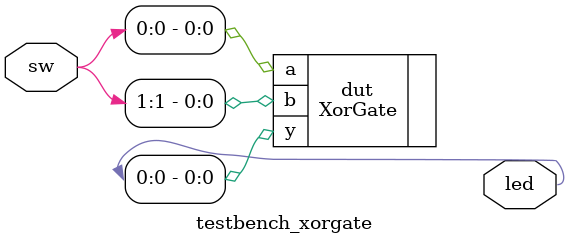
<source format=v>
`timescale 1ns / 1ps



module testbench_xorgate(input[15:0] sw,output [15:0] led);
    XorGate dut(
                    .a(sw[0]),
                    .b(sw[1]),
                    .y(led[0])
                    );
    
endmodule

</source>
